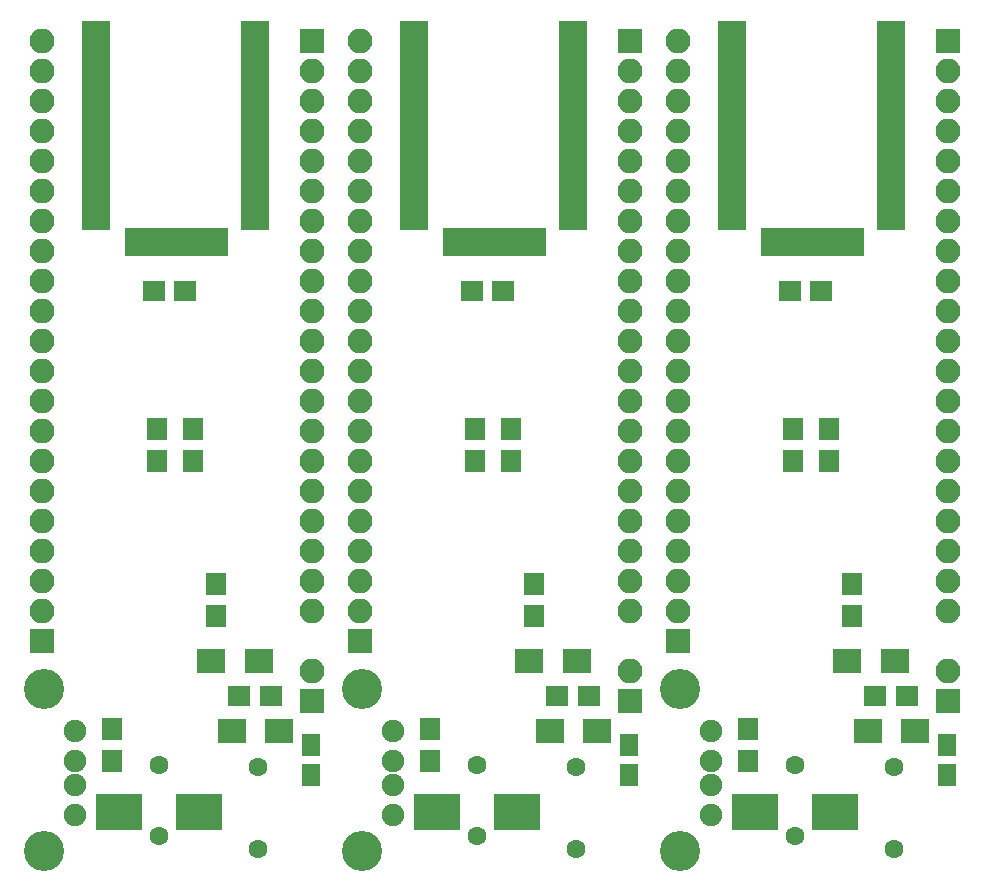
<source format=gbr>
%TF.GenerationSoftware,KiCad,Pcbnew,5.0.0-rc2-dev-unknown-b813eac~63~ubuntu16.04.1*%
%TF.CreationDate,2018-04-08T17:46:50+02:00*%
%TF.ProjectId,F-6888multi,462D363838386D756C74692E6B696361,rev?*%
%TF.SameCoordinates,Original*%
%TF.FileFunction,Soldermask,Bot*%
%TF.FilePolarity,Negative*%
%FSLAX46Y46*%
G04 Gerber Fmt 4.6, Leading zero omitted, Abs format (unit mm)*
G04 Created by KiCad (PCBNEW 5.0.0-rc2-dev-unknown-b813eac~63~ubuntu16.04.1) date Sun Apr  8 17:46:50 2018*
%MOMM*%
%LPD*%
G01*
G04 APERTURE LIST*
%ADD10R,2.400000X2.000000*%
%ADD11C,1.600000*%
%ADD12R,2.100000X2.100000*%
%ADD13O,2.100000X2.100000*%
%ADD14R,1.700000X1.900000*%
%ADD15R,3.900120X3.100020*%
%ADD16R,2.400000X1.200000*%
%ADD17R,1.200000X2.400000*%
%ADD18R,1.650000X1.900000*%
%ADD19R,1.900000X1.700000*%
%ADD20C,3.400000*%
%ADD21C,1.900000*%
G04 APERTURE END LIST*
D10*
%TO.C,C1*%
X177329600Y-116789200D03*
X173329600Y-116789200D03*
%TD*%
D11*
%TO.C,PJ-327A2*%
X177292000Y-125734000D03*
X177292000Y-132734000D03*
%TD*%
%TO.C,PJ-327A1*%
X168910000Y-131620000D03*
X168910000Y-125620000D03*
%TD*%
D12*
%TO.C,J2*%
X181864000Y-64262000D03*
D13*
X181864000Y-66802000D03*
X181864000Y-69342000D03*
X181864000Y-71882000D03*
X181864000Y-74422000D03*
X181864000Y-76962000D03*
X181864000Y-79502000D03*
X181864000Y-82042000D03*
X181864000Y-84582000D03*
X181864000Y-87122000D03*
X181864000Y-89662000D03*
X181864000Y-92202000D03*
X181864000Y-94742000D03*
X181864000Y-97282000D03*
X181864000Y-99822000D03*
X181864000Y-102362000D03*
X181864000Y-104902000D03*
X181864000Y-107442000D03*
X181864000Y-109982000D03*
X181864000Y-112522000D03*
%TD*%
D14*
%TO.C,R5*%
X171767500Y-97138500D03*
X171767500Y-99838500D03*
%TD*%
D15*
%TO.C,D3*%
X165508940Y-129540000D03*
X172311060Y-129540000D03*
%TD*%
D16*
%TO.C,U1*%
X177038000Y-78580000D03*
X177038000Y-77480000D03*
X177038000Y-76380000D03*
X177038000Y-75280000D03*
X177038000Y-74180000D03*
X177038000Y-73080000D03*
X177038000Y-71980000D03*
X177038000Y-67580000D03*
X177038000Y-65380000D03*
X177038000Y-68680000D03*
X177038000Y-70880000D03*
X177038000Y-69780000D03*
X177038000Y-64280000D03*
X177038000Y-79680000D03*
X177038000Y-63180000D03*
X177038000Y-66480000D03*
X163538000Y-67580000D03*
X163538000Y-78580000D03*
X163538000Y-71980000D03*
X163538000Y-73080000D03*
X163538000Y-65380000D03*
X163538000Y-69780000D03*
X163538000Y-79680000D03*
X163538000Y-64280000D03*
X163538000Y-70880000D03*
X163538000Y-75280000D03*
X163538000Y-77480000D03*
X163538000Y-76380000D03*
X163538000Y-68680000D03*
X163538000Y-66480000D03*
X163538000Y-63180000D03*
X163538000Y-74180000D03*
D17*
X174138000Y-81280000D03*
X173038000Y-81280000D03*
X171938000Y-81280000D03*
X170838000Y-81280000D03*
X166638004Y-81280000D03*
X167688000Y-81280000D03*
X169788000Y-81280000D03*
X168738000Y-81280000D03*
%TD*%
D12*
%TO.C,J4*%
X159004000Y-115062000D03*
D13*
X159004000Y-112522000D03*
X159004000Y-109982000D03*
X159004000Y-107442000D03*
X159004000Y-104902000D03*
X159004000Y-102362000D03*
X159004000Y-99822000D03*
X159004000Y-97282000D03*
X159004000Y-94742000D03*
X159004000Y-92202000D03*
X159004000Y-89662000D03*
X159004000Y-87122000D03*
X159004000Y-84582000D03*
X159004000Y-82042000D03*
X159004000Y-79502000D03*
X159004000Y-76962000D03*
X159004000Y-74422000D03*
X159004000Y-71882000D03*
X159004000Y-69342000D03*
X159004000Y-66802000D03*
X159004000Y-64262000D03*
%TD*%
D18*
%TO.C,C3*%
X181787800Y-126395800D03*
X181787800Y-123895800D03*
%TD*%
D14*
%TO.C,R4*%
X164947600Y-122525800D03*
X164947600Y-125225800D03*
%TD*%
%TO.C,R2*%
X173736000Y-110232200D03*
X173736000Y-112932200D03*
%TD*%
D19*
%TO.C,R3*%
X178337200Y-119735600D03*
X175637200Y-119735600D03*
%TD*%
D10*
%TO.C,C2*%
X175038000Y-122682000D03*
X179038000Y-122682000D03*
%TD*%
D14*
%TO.C,R6*%
X168719500Y-97138500D03*
X168719500Y-99838500D03*
%TD*%
D19*
%TO.C,R7*%
X168427400Y-85445600D03*
X171127400Y-85445600D03*
%TD*%
D12*
%TO.C,J3*%
X181864000Y-120142000D03*
D13*
X181864000Y-117602000D03*
%TD*%
D20*
%TO.C,J1*%
X159115300Y-119122000D03*
X159115300Y-132842000D03*
D21*
X161785300Y-122682000D03*
X161785300Y-125222000D03*
X161785300Y-127252000D03*
X161785300Y-129792000D03*
%TD*%
D10*
%TO.C,C1*%
X150405600Y-116789200D03*
X146405600Y-116789200D03*
%TD*%
D11*
%TO.C,PJ-327A2*%
X150368000Y-125734000D03*
X150368000Y-132734000D03*
%TD*%
%TO.C,PJ-327A1*%
X141986000Y-131620000D03*
X141986000Y-125620000D03*
%TD*%
D12*
%TO.C,J2*%
X154940000Y-64262000D03*
D13*
X154940000Y-66802000D03*
X154940000Y-69342000D03*
X154940000Y-71882000D03*
X154940000Y-74422000D03*
X154940000Y-76962000D03*
X154940000Y-79502000D03*
X154940000Y-82042000D03*
X154940000Y-84582000D03*
X154940000Y-87122000D03*
X154940000Y-89662000D03*
X154940000Y-92202000D03*
X154940000Y-94742000D03*
X154940000Y-97282000D03*
X154940000Y-99822000D03*
X154940000Y-102362000D03*
X154940000Y-104902000D03*
X154940000Y-107442000D03*
X154940000Y-109982000D03*
X154940000Y-112522000D03*
%TD*%
D14*
%TO.C,R5*%
X144843500Y-97138500D03*
X144843500Y-99838500D03*
%TD*%
D15*
%TO.C,D3*%
X138584940Y-129540000D03*
X145387060Y-129540000D03*
%TD*%
D16*
%TO.C,U1*%
X150114000Y-78580000D03*
X150114000Y-77480000D03*
X150114000Y-76380000D03*
X150114000Y-75280000D03*
X150114000Y-74180000D03*
X150114000Y-73080000D03*
X150114000Y-71980000D03*
X150114000Y-67580000D03*
X150114000Y-65380000D03*
X150114000Y-68680000D03*
X150114000Y-70880000D03*
X150114000Y-69780000D03*
X150114000Y-64280000D03*
X150114000Y-79680000D03*
X150114000Y-63180000D03*
X150114000Y-66480000D03*
X136614000Y-67580000D03*
X136614000Y-78580000D03*
X136614000Y-71980000D03*
X136614000Y-73080000D03*
X136614000Y-65380000D03*
X136614000Y-69780000D03*
X136614000Y-79680000D03*
X136614000Y-64280000D03*
X136614000Y-70880000D03*
X136614000Y-75280000D03*
X136614000Y-77480000D03*
X136614000Y-76380000D03*
X136614000Y-68680000D03*
X136614000Y-66480000D03*
X136614000Y-63180000D03*
X136614000Y-74180000D03*
D17*
X147214000Y-81280000D03*
X146114000Y-81280000D03*
X145014000Y-81280000D03*
X143914000Y-81280000D03*
X139714004Y-81280000D03*
X140764000Y-81280000D03*
X142864000Y-81280000D03*
X141814000Y-81280000D03*
%TD*%
D12*
%TO.C,J4*%
X132080000Y-115062000D03*
D13*
X132080000Y-112522000D03*
X132080000Y-109982000D03*
X132080000Y-107442000D03*
X132080000Y-104902000D03*
X132080000Y-102362000D03*
X132080000Y-99822000D03*
X132080000Y-97282000D03*
X132080000Y-94742000D03*
X132080000Y-92202000D03*
X132080000Y-89662000D03*
X132080000Y-87122000D03*
X132080000Y-84582000D03*
X132080000Y-82042000D03*
X132080000Y-79502000D03*
X132080000Y-76962000D03*
X132080000Y-74422000D03*
X132080000Y-71882000D03*
X132080000Y-69342000D03*
X132080000Y-66802000D03*
X132080000Y-64262000D03*
%TD*%
D18*
%TO.C,C3*%
X154863800Y-126395800D03*
X154863800Y-123895800D03*
%TD*%
D14*
%TO.C,R4*%
X138023600Y-122525800D03*
X138023600Y-125225800D03*
%TD*%
%TO.C,R2*%
X146812000Y-110232200D03*
X146812000Y-112932200D03*
%TD*%
D19*
%TO.C,R3*%
X151413200Y-119735600D03*
X148713200Y-119735600D03*
%TD*%
D10*
%TO.C,C2*%
X148114000Y-122682000D03*
X152114000Y-122682000D03*
%TD*%
D14*
%TO.C,R6*%
X141795500Y-97138500D03*
X141795500Y-99838500D03*
%TD*%
D19*
%TO.C,R7*%
X141503400Y-85445600D03*
X144203400Y-85445600D03*
%TD*%
D12*
%TO.C,J3*%
X154940000Y-120142000D03*
D13*
X154940000Y-117602000D03*
%TD*%
D20*
%TO.C,J1*%
X132191300Y-119122000D03*
X132191300Y-132842000D03*
D21*
X134861300Y-122682000D03*
X134861300Y-125222000D03*
X134861300Y-127252000D03*
X134861300Y-129792000D03*
%TD*%
D17*
%TO.C,U1*%
X114890000Y-81280000D03*
X115940000Y-81280000D03*
X113840000Y-81280000D03*
X112790004Y-81280000D03*
X116990000Y-81280000D03*
X118090000Y-81280000D03*
X119190000Y-81280000D03*
X120290000Y-81280000D03*
D16*
X109690000Y-74180000D03*
X109690000Y-63180000D03*
X109690000Y-66480000D03*
X109690000Y-68680000D03*
X109690000Y-76380000D03*
X109690000Y-77480000D03*
X109690000Y-75280000D03*
X109690000Y-70880000D03*
X109690000Y-64280000D03*
X109690000Y-79680000D03*
X109690000Y-69780000D03*
X109690000Y-65380000D03*
X109690000Y-73080000D03*
X109690000Y-71980000D03*
X109690000Y-78580000D03*
X109690000Y-67580000D03*
X123190000Y-66480000D03*
X123190000Y-63180000D03*
X123190000Y-79680000D03*
X123190000Y-64280000D03*
X123190000Y-69780000D03*
X123190000Y-70880000D03*
X123190000Y-68680000D03*
X123190000Y-65380000D03*
X123190000Y-67580000D03*
X123190000Y-71980000D03*
X123190000Y-73080000D03*
X123190000Y-74180000D03*
X123190000Y-75280000D03*
X123190000Y-76380000D03*
X123190000Y-77480000D03*
X123190000Y-78580000D03*
%TD*%
D21*
%TO.C,J1*%
X107937300Y-129792000D03*
X107937300Y-127252000D03*
X107937300Y-125222000D03*
X107937300Y-122682000D03*
D20*
X105267300Y-132842000D03*
X105267300Y-119122000D03*
%TD*%
D11*
%TO.C,PJ-327A2*%
X123444000Y-132734000D03*
X123444000Y-125734000D03*
%TD*%
D19*
%TO.C,R3*%
X121789200Y-119735600D03*
X124489200Y-119735600D03*
%TD*%
D11*
%TO.C,PJ-327A1*%
X115062000Y-125620000D03*
X115062000Y-131620000D03*
%TD*%
D10*
%TO.C,C1*%
X119481600Y-116789200D03*
X123481600Y-116789200D03*
%TD*%
%TO.C,C2*%
X125190000Y-122682000D03*
X121190000Y-122682000D03*
%TD*%
D18*
%TO.C,C3*%
X127939800Y-123895800D03*
X127939800Y-126395800D03*
%TD*%
D13*
%TO.C,J2*%
X128016000Y-112522000D03*
X128016000Y-109982000D03*
X128016000Y-107442000D03*
X128016000Y-104902000D03*
X128016000Y-102362000D03*
X128016000Y-99822000D03*
X128016000Y-97282000D03*
X128016000Y-94742000D03*
X128016000Y-92202000D03*
X128016000Y-89662000D03*
X128016000Y-87122000D03*
X128016000Y-84582000D03*
X128016000Y-82042000D03*
X128016000Y-79502000D03*
X128016000Y-76962000D03*
X128016000Y-74422000D03*
X128016000Y-71882000D03*
X128016000Y-69342000D03*
X128016000Y-66802000D03*
D12*
X128016000Y-64262000D03*
%TD*%
D13*
%TO.C,J3*%
X128016000Y-117602000D03*
D12*
X128016000Y-120142000D03*
%TD*%
D14*
%TO.C,R2*%
X119888000Y-112932200D03*
X119888000Y-110232200D03*
%TD*%
%TO.C,R4*%
X111099600Y-125225800D03*
X111099600Y-122525800D03*
%TD*%
%TO.C,R5*%
X117919500Y-99838500D03*
X117919500Y-97138500D03*
%TD*%
%TO.C,R6*%
X114871500Y-99838500D03*
X114871500Y-97138500D03*
%TD*%
D19*
%TO.C,R7*%
X117279400Y-85445600D03*
X114579400Y-85445600D03*
%TD*%
D15*
%TO.C,D3*%
X118463060Y-129540000D03*
X111660940Y-129540000D03*
%TD*%
D13*
%TO.C,J4*%
X105156000Y-64262000D03*
X105156000Y-66802000D03*
X105156000Y-69342000D03*
X105156000Y-71882000D03*
X105156000Y-74422000D03*
X105156000Y-76962000D03*
X105156000Y-79502000D03*
X105156000Y-82042000D03*
X105156000Y-84582000D03*
X105156000Y-87122000D03*
X105156000Y-89662000D03*
X105156000Y-92202000D03*
X105156000Y-94742000D03*
X105156000Y-97282000D03*
X105156000Y-99822000D03*
X105156000Y-102362000D03*
X105156000Y-104902000D03*
X105156000Y-107442000D03*
X105156000Y-109982000D03*
X105156000Y-112522000D03*
D12*
X105156000Y-115062000D03*
%TD*%
M02*

</source>
